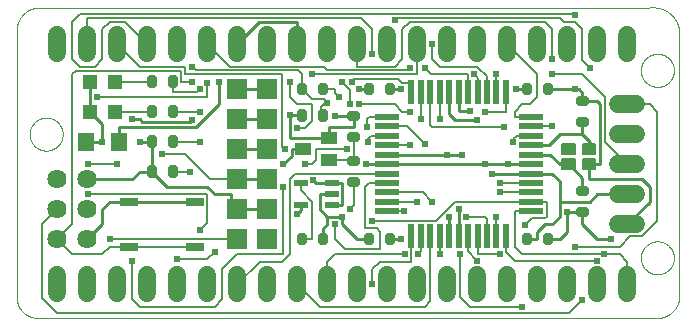
<source format=gtl>
G75*
%MOIN*%
%OFA0B0*%
%FSLAX25Y25*%
%IPPOS*%
%LPD*%
%AMOC8*
5,1,8,0,0,1.08239X$1,22.5*
%
%ADD10C,0.00039*%
%ADD11C,0.00000*%
%ADD12R,0.08268X0.01969*%
%ADD13R,0.01969X0.08268*%
%ADD14C,0.02830*%
%ADD15C,0.06000*%
%ADD16C,0.06400*%
%ADD17R,0.07000X0.07000*%
%ADD18R,0.04724X0.04724*%
%ADD19R,0.06000X0.03000*%
%ADD20R,0.04724X0.02165*%
%ADD21R,0.05512X0.06299*%
%ADD22C,0.00591*%
%ADD23R,0.05512X0.03937*%
%ADD24C,0.01000*%
%ADD25C,0.02400*%
%ADD26C,0.00600*%
D10*
X0008864Y0047693D02*
X0213274Y0047693D01*
X0213458Y0047665D01*
X0213643Y0047641D01*
X0213828Y0047622D01*
X0214014Y0047608D01*
X0214200Y0047598D01*
X0214386Y0047592D01*
X0214573Y0047591D01*
X0214759Y0047595D01*
X0214945Y0047603D01*
X0215131Y0047615D01*
X0215317Y0047632D01*
X0215502Y0047653D01*
X0215686Y0047679D01*
X0215870Y0047709D01*
X0216053Y0047744D01*
X0216235Y0047783D01*
X0216416Y0047827D01*
X0216596Y0047875D01*
X0216775Y0047927D01*
X0216953Y0047984D01*
X0217129Y0048044D01*
X0217304Y0048109D01*
X0217476Y0048179D01*
X0217648Y0048252D01*
X0217817Y0048330D01*
X0217985Y0048411D01*
X0218150Y0048497D01*
X0218313Y0048587D01*
X0218475Y0048680D01*
X0218633Y0048777D01*
X0218790Y0048879D01*
X0218944Y0048984D01*
X0219095Y0049092D01*
X0219244Y0049205D01*
X0219390Y0049320D01*
X0219533Y0049440D01*
X0219673Y0049562D01*
X0219810Y0049689D01*
X0219944Y0049818D01*
X0220075Y0049950D01*
X0220203Y0050086D01*
X0220327Y0050225D01*
X0220448Y0050367D01*
X0220566Y0050511D01*
X0220680Y0050659D01*
X0220790Y0050809D01*
X0220897Y0050961D01*
X0221000Y0051117D01*
X0221099Y0051274D01*
X0221194Y0051434D01*
X0221286Y0051597D01*
X0221373Y0051761D01*
X0221457Y0051928D01*
X0221536Y0052096D01*
X0221612Y0052267D01*
X0221683Y0052439D01*
X0221750Y0052613D01*
X0221813Y0052788D01*
X0221872Y0052965D01*
X0221926Y0053143D01*
X0221976Y0053323D01*
X0222021Y0053503D01*
X0222063Y0053685D01*
X0222100Y0053868D01*
X0222132Y0054051D01*
X0222132Y0143510D01*
X0222099Y0143724D01*
X0222062Y0143937D01*
X0222018Y0144148D01*
X0221970Y0144359D01*
X0221917Y0144569D01*
X0221859Y0144777D01*
X0221795Y0144984D01*
X0221727Y0145189D01*
X0221654Y0145392D01*
X0221576Y0145594D01*
X0221493Y0145793D01*
X0221405Y0145991D01*
X0221312Y0146186D01*
X0221215Y0146379D01*
X0221113Y0146570D01*
X0221007Y0146758D01*
X0220896Y0146944D01*
X0220781Y0147126D01*
X0220661Y0147306D01*
X0220537Y0147483D01*
X0220408Y0147657D01*
X0220276Y0147828D01*
X0220139Y0147996D01*
X0219999Y0148160D01*
X0219854Y0148321D01*
X0219706Y0148478D01*
X0219554Y0148632D01*
X0219398Y0148781D01*
X0219238Y0148928D01*
X0219076Y0149070D01*
X0218909Y0149208D01*
X0218740Y0149342D01*
X0218567Y0149472D01*
X0218391Y0149598D01*
X0218212Y0149719D01*
X0218031Y0149837D01*
X0217846Y0149949D01*
X0217659Y0150058D01*
X0217469Y0150161D01*
X0217277Y0150260D01*
X0217083Y0150355D01*
X0216886Y0150444D01*
X0216687Y0150529D01*
X0216487Y0150609D01*
X0216284Y0150684D01*
X0216079Y0150755D01*
X0215873Y0150820D01*
X0215666Y0150880D01*
X0215457Y0150936D01*
X0215246Y0150986D01*
X0215035Y0151031D01*
X0214823Y0151071D01*
X0214609Y0151106D01*
X0214395Y0151135D01*
X0214180Y0151160D01*
X0213965Y0151179D01*
X0213749Y0151193D01*
X0213533Y0151202D01*
X0213317Y0151206D01*
X0213101Y0151204D01*
X0212885Y0151198D01*
X0212669Y0151186D01*
X0212453Y0151168D01*
X0212238Y0151146D01*
X0212024Y0151118D01*
X0008864Y0151118D01*
X0008680Y0151116D01*
X0008496Y0151109D01*
X0008313Y0151098D01*
X0008130Y0151082D01*
X0007947Y0151063D01*
X0007765Y0151038D01*
X0007583Y0151009D01*
X0007402Y0150976D01*
X0007222Y0150939D01*
X0007043Y0150897D01*
X0006865Y0150851D01*
X0006689Y0150800D01*
X0006513Y0150746D01*
X0006339Y0150687D01*
X0006166Y0150624D01*
X0005995Y0150556D01*
X0005826Y0150485D01*
X0005658Y0150410D01*
X0005492Y0150330D01*
X0005328Y0150247D01*
X0005167Y0150159D01*
X0005007Y0150068D01*
X0004850Y0149973D01*
X0004695Y0149874D01*
X0004542Y0149771D01*
X0004392Y0149665D01*
X0004245Y0149555D01*
X0004100Y0149442D01*
X0003958Y0149325D01*
X0003819Y0149205D01*
X0003683Y0149081D01*
X0003550Y0148954D01*
X0003420Y0148824D01*
X0003293Y0148691D01*
X0003169Y0148555D01*
X0003049Y0148416D01*
X0002932Y0148274D01*
X0002819Y0148129D01*
X0002709Y0147982D01*
X0002603Y0147832D01*
X0002500Y0147679D01*
X0002401Y0147524D01*
X0002306Y0147367D01*
X0002215Y0147207D01*
X0002127Y0147046D01*
X0002044Y0146882D01*
X0001964Y0146716D01*
X0001889Y0146548D01*
X0001818Y0146379D01*
X0001750Y0146208D01*
X0001687Y0146035D01*
X0001628Y0145861D01*
X0001574Y0145685D01*
X0001523Y0145509D01*
X0001477Y0145331D01*
X0001435Y0145152D01*
X0001398Y0144972D01*
X0001365Y0144791D01*
X0001336Y0144609D01*
X0001311Y0144427D01*
X0001292Y0144244D01*
X0001276Y0144061D01*
X0001265Y0143878D01*
X0001258Y0143694D01*
X0001256Y0143510D01*
X0001256Y0054051D01*
X0001273Y0053880D01*
X0001295Y0053709D01*
X0001321Y0053539D01*
X0001351Y0053370D01*
X0001385Y0053201D01*
X0001423Y0053033D01*
X0001466Y0052866D01*
X0001512Y0052701D01*
X0001563Y0052536D01*
X0001617Y0052373D01*
X0001676Y0052211D01*
X0001738Y0052051D01*
X0001804Y0051892D01*
X0001875Y0051735D01*
X0001949Y0051580D01*
X0002027Y0051426D01*
X0002108Y0051275D01*
X0002194Y0051125D01*
X0002283Y0050978D01*
X0002375Y0050833D01*
X0002471Y0050690D01*
X0002571Y0050550D01*
X0002674Y0050412D01*
X0002780Y0050277D01*
X0002890Y0050144D01*
X0003002Y0050014D01*
X0003118Y0049887D01*
X0003237Y0049763D01*
X0003360Y0049642D01*
X0003485Y0049523D01*
X0003612Y0049408D01*
X0003743Y0049296D01*
X0003877Y0049188D01*
X0004013Y0049082D01*
X0004151Y0048980D01*
X0004292Y0048882D01*
X0004435Y0048786D01*
X0004581Y0048695D01*
X0004729Y0048607D01*
X0004879Y0048523D01*
X0005031Y0048442D01*
X0005185Y0048365D01*
X0005341Y0048292D01*
X0005498Y0048223D01*
X0005658Y0048158D01*
X0005818Y0048096D01*
X0005981Y0048039D01*
X0006144Y0047985D01*
X0006309Y0047936D01*
X0006475Y0047891D01*
X0006642Y0047849D01*
X0006810Y0047812D01*
X0006979Y0047779D01*
X0007149Y0047750D01*
X0007319Y0047726D01*
X0007490Y0047705D01*
X0007661Y0047689D01*
X0007833Y0047677D01*
X0008004Y0047669D01*
X0008177Y0047665D01*
X0008349Y0047666D01*
X0008521Y0047671D01*
X0008692Y0047680D01*
X0008864Y0047693D01*
D11*
X0005588Y0108933D02*
X0005590Y0109081D01*
X0005596Y0109229D01*
X0005606Y0109377D01*
X0005620Y0109524D01*
X0005638Y0109671D01*
X0005659Y0109817D01*
X0005685Y0109963D01*
X0005715Y0110108D01*
X0005748Y0110252D01*
X0005786Y0110395D01*
X0005827Y0110537D01*
X0005872Y0110678D01*
X0005920Y0110818D01*
X0005973Y0110957D01*
X0006029Y0111094D01*
X0006089Y0111229D01*
X0006152Y0111363D01*
X0006219Y0111495D01*
X0006290Y0111625D01*
X0006364Y0111753D01*
X0006441Y0111879D01*
X0006522Y0112003D01*
X0006606Y0112125D01*
X0006693Y0112244D01*
X0006784Y0112361D01*
X0006878Y0112476D01*
X0006974Y0112588D01*
X0007074Y0112698D01*
X0007176Y0112804D01*
X0007282Y0112908D01*
X0007390Y0113009D01*
X0007501Y0113107D01*
X0007614Y0113203D01*
X0007730Y0113295D01*
X0007848Y0113384D01*
X0007969Y0113469D01*
X0008092Y0113552D01*
X0008217Y0113631D01*
X0008344Y0113707D01*
X0008473Y0113779D01*
X0008604Y0113848D01*
X0008737Y0113913D01*
X0008872Y0113974D01*
X0009008Y0114032D01*
X0009145Y0114087D01*
X0009284Y0114137D01*
X0009425Y0114184D01*
X0009566Y0114227D01*
X0009709Y0114267D01*
X0009853Y0114302D01*
X0009997Y0114334D01*
X0010143Y0114361D01*
X0010289Y0114385D01*
X0010436Y0114405D01*
X0010583Y0114421D01*
X0010730Y0114433D01*
X0010878Y0114441D01*
X0011026Y0114445D01*
X0011174Y0114445D01*
X0011322Y0114441D01*
X0011470Y0114433D01*
X0011617Y0114421D01*
X0011764Y0114405D01*
X0011911Y0114385D01*
X0012057Y0114361D01*
X0012203Y0114334D01*
X0012347Y0114302D01*
X0012491Y0114267D01*
X0012634Y0114227D01*
X0012775Y0114184D01*
X0012916Y0114137D01*
X0013055Y0114087D01*
X0013192Y0114032D01*
X0013328Y0113974D01*
X0013463Y0113913D01*
X0013596Y0113848D01*
X0013727Y0113779D01*
X0013856Y0113707D01*
X0013983Y0113631D01*
X0014108Y0113552D01*
X0014231Y0113469D01*
X0014352Y0113384D01*
X0014470Y0113295D01*
X0014586Y0113203D01*
X0014699Y0113107D01*
X0014810Y0113009D01*
X0014918Y0112908D01*
X0015024Y0112804D01*
X0015126Y0112698D01*
X0015226Y0112588D01*
X0015322Y0112476D01*
X0015416Y0112361D01*
X0015507Y0112244D01*
X0015594Y0112125D01*
X0015678Y0112003D01*
X0015759Y0111879D01*
X0015836Y0111753D01*
X0015910Y0111625D01*
X0015981Y0111495D01*
X0016048Y0111363D01*
X0016111Y0111229D01*
X0016171Y0111094D01*
X0016227Y0110957D01*
X0016280Y0110818D01*
X0016328Y0110678D01*
X0016373Y0110537D01*
X0016414Y0110395D01*
X0016452Y0110252D01*
X0016485Y0110108D01*
X0016515Y0109963D01*
X0016541Y0109817D01*
X0016562Y0109671D01*
X0016580Y0109524D01*
X0016594Y0109377D01*
X0016604Y0109229D01*
X0016610Y0109081D01*
X0016612Y0108933D01*
X0016610Y0108785D01*
X0016604Y0108637D01*
X0016594Y0108489D01*
X0016580Y0108342D01*
X0016562Y0108195D01*
X0016541Y0108049D01*
X0016515Y0107903D01*
X0016485Y0107758D01*
X0016452Y0107614D01*
X0016414Y0107471D01*
X0016373Y0107329D01*
X0016328Y0107188D01*
X0016280Y0107048D01*
X0016227Y0106909D01*
X0016171Y0106772D01*
X0016111Y0106637D01*
X0016048Y0106503D01*
X0015981Y0106371D01*
X0015910Y0106241D01*
X0015836Y0106113D01*
X0015759Y0105987D01*
X0015678Y0105863D01*
X0015594Y0105741D01*
X0015507Y0105622D01*
X0015416Y0105505D01*
X0015322Y0105390D01*
X0015226Y0105278D01*
X0015126Y0105168D01*
X0015024Y0105062D01*
X0014918Y0104958D01*
X0014810Y0104857D01*
X0014699Y0104759D01*
X0014586Y0104663D01*
X0014470Y0104571D01*
X0014352Y0104482D01*
X0014231Y0104397D01*
X0014108Y0104314D01*
X0013983Y0104235D01*
X0013856Y0104159D01*
X0013727Y0104087D01*
X0013596Y0104018D01*
X0013463Y0103953D01*
X0013328Y0103892D01*
X0013192Y0103834D01*
X0013055Y0103779D01*
X0012916Y0103729D01*
X0012775Y0103682D01*
X0012634Y0103639D01*
X0012491Y0103599D01*
X0012347Y0103564D01*
X0012203Y0103532D01*
X0012057Y0103505D01*
X0011911Y0103481D01*
X0011764Y0103461D01*
X0011617Y0103445D01*
X0011470Y0103433D01*
X0011322Y0103425D01*
X0011174Y0103421D01*
X0011026Y0103421D01*
X0010878Y0103425D01*
X0010730Y0103433D01*
X0010583Y0103445D01*
X0010436Y0103461D01*
X0010289Y0103481D01*
X0010143Y0103505D01*
X0009997Y0103532D01*
X0009853Y0103564D01*
X0009709Y0103599D01*
X0009566Y0103639D01*
X0009425Y0103682D01*
X0009284Y0103729D01*
X0009145Y0103779D01*
X0009008Y0103834D01*
X0008872Y0103892D01*
X0008737Y0103953D01*
X0008604Y0104018D01*
X0008473Y0104087D01*
X0008344Y0104159D01*
X0008217Y0104235D01*
X0008092Y0104314D01*
X0007969Y0104397D01*
X0007848Y0104482D01*
X0007730Y0104571D01*
X0007614Y0104663D01*
X0007501Y0104759D01*
X0007390Y0104857D01*
X0007282Y0104958D01*
X0007176Y0105062D01*
X0007074Y0105168D01*
X0006974Y0105278D01*
X0006878Y0105390D01*
X0006784Y0105505D01*
X0006693Y0105622D01*
X0006606Y0105741D01*
X0006522Y0105863D01*
X0006441Y0105987D01*
X0006364Y0106113D01*
X0006290Y0106241D01*
X0006219Y0106371D01*
X0006152Y0106503D01*
X0006089Y0106637D01*
X0006029Y0106772D01*
X0005973Y0106909D01*
X0005920Y0107048D01*
X0005872Y0107188D01*
X0005827Y0107329D01*
X0005786Y0107471D01*
X0005748Y0107614D01*
X0005715Y0107758D01*
X0005685Y0107903D01*
X0005659Y0108049D01*
X0005638Y0108195D01*
X0005620Y0108342D01*
X0005606Y0108489D01*
X0005596Y0108637D01*
X0005590Y0108785D01*
X0005588Y0108933D01*
X0209338Y0130183D02*
X0209340Y0130331D01*
X0209346Y0130479D01*
X0209356Y0130627D01*
X0209370Y0130774D01*
X0209388Y0130921D01*
X0209409Y0131067D01*
X0209435Y0131213D01*
X0209465Y0131358D01*
X0209498Y0131502D01*
X0209536Y0131645D01*
X0209577Y0131787D01*
X0209622Y0131928D01*
X0209670Y0132068D01*
X0209723Y0132207D01*
X0209779Y0132344D01*
X0209839Y0132479D01*
X0209902Y0132613D01*
X0209969Y0132745D01*
X0210040Y0132875D01*
X0210114Y0133003D01*
X0210191Y0133129D01*
X0210272Y0133253D01*
X0210356Y0133375D01*
X0210443Y0133494D01*
X0210534Y0133611D01*
X0210628Y0133726D01*
X0210724Y0133838D01*
X0210824Y0133948D01*
X0210926Y0134054D01*
X0211032Y0134158D01*
X0211140Y0134259D01*
X0211251Y0134357D01*
X0211364Y0134453D01*
X0211480Y0134545D01*
X0211598Y0134634D01*
X0211719Y0134719D01*
X0211842Y0134802D01*
X0211967Y0134881D01*
X0212094Y0134957D01*
X0212223Y0135029D01*
X0212354Y0135098D01*
X0212487Y0135163D01*
X0212622Y0135224D01*
X0212758Y0135282D01*
X0212895Y0135337D01*
X0213034Y0135387D01*
X0213175Y0135434D01*
X0213316Y0135477D01*
X0213459Y0135517D01*
X0213603Y0135552D01*
X0213747Y0135584D01*
X0213893Y0135611D01*
X0214039Y0135635D01*
X0214186Y0135655D01*
X0214333Y0135671D01*
X0214480Y0135683D01*
X0214628Y0135691D01*
X0214776Y0135695D01*
X0214924Y0135695D01*
X0215072Y0135691D01*
X0215220Y0135683D01*
X0215367Y0135671D01*
X0215514Y0135655D01*
X0215661Y0135635D01*
X0215807Y0135611D01*
X0215953Y0135584D01*
X0216097Y0135552D01*
X0216241Y0135517D01*
X0216384Y0135477D01*
X0216525Y0135434D01*
X0216666Y0135387D01*
X0216805Y0135337D01*
X0216942Y0135282D01*
X0217078Y0135224D01*
X0217213Y0135163D01*
X0217346Y0135098D01*
X0217477Y0135029D01*
X0217606Y0134957D01*
X0217733Y0134881D01*
X0217858Y0134802D01*
X0217981Y0134719D01*
X0218102Y0134634D01*
X0218220Y0134545D01*
X0218336Y0134453D01*
X0218449Y0134357D01*
X0218560Y0134259D01*
X0218668Y0134158D01*
X0218774Y0134054D01*
X0218876Y0133948D01*
X0218976Y0133838D01*
X0219072Y0133726D01*
X0219166Y0133611D01*
X0219257Y0133494D01*
X0219344Y0133375D01*
X0219428Y0133253D01*
X0219509Y0133129D01*
X0219586Y0133003D01*
X0219660Y0132875D01*
X0219731Y0132745D01*
X0219798Y0132613D01*
X0219861Y0132479D01*
X0219921Y0132344D01*
X0219977Y0132207D01*
X0220030Y0132068D01*
X0220078Y0131928D01*
X0220123Y0131787D01*
X0220164Y0131645D01*
X0220202Y0131502D01*
X0220235Y0131358D01*
X0220265Y0131213D01*
X0220291Y0131067D01*
X0220312Y0130921D01*
X0220330Y0130774D01*
X0220344Y0130627D01*
X0220354Y0130479D01*
X0220360Y0130331D01*
X0220362Y0130183D01*
X0220360Y0130035D01*
X0220354Y0129887D01*
X0220344Y0129739D01*
X0220330Y0129592D01*
X0220312Y0129445D01*
X0220291Y0129299D01*
X0220265Y0129153D01*
X0220235Y0129008D01*
X0220202Y0128864D01*
X0220164Y0128721D01*
X0220123Y0128579D01*
X0220078Y0128438D01*
X0220030Y0128298D01*
X0219977Y0128159D01*
X0219921Y0128022D01*
X0219861Y0127887D01*
X0219798Y0127753D01*
X0219731Y0127621D01*
X0219660Y0127491D01*
X0219586Y0127363D01*
X0219509Y0127237D01*
X0219428Y0127113D01*
X0219344Y0126991D01*
X0219257Y0126872D01*
X0219166Y0126755D01*
X0219072Y0126640D01*
X0218976Y0126528D01*
X0218876Y0126418D01*
X0218774Y0126312D01*
X0218668Y0126208D01*
X0218560Y0126107D01*
X0218449Y0126009D01*
X0218336Y0125913D01*
X0218220Y0125821D01*
X0218102Y0125732D01*
X0217981Y0125647D01*
X0217858Y0125564D01*
X0217733Y0125485D01*
X0217606Y0125409D01*
X0217477Y0125337D01*
X0217346Y0125268D01*
X0217213Y0125203D01*
X0217078Y0125142D01*
X0216942Y0125084D01*
X0216805Y0125029D01*
X0216666Y0124979D01*
X0216525Y0124932D01*
X0216384Y0124889D01*
X0216241Y0124849D01*
X0216097Y0124814D01*
X0215953Y0124782D01*
X0215807Y0124755D01*
X0215661Y0124731D01*
X0215514Y0124711D01*
X0215367Y0124695D01*
X0215220Y0124683D01*
X0215072Y0124675D01*
X0214924Y0124671D01*
X0214776Y0124671D01*
X0214628Y0124675D01*
X0214480Y0124683D01*
X0214333Y0124695D01*
X0214186Y0124711D01*
X0214039Y0124731D01*
X0213893Y0124755D01*
X0213747Y0124782D01*
X0213603Y0124814D01*
X0213459Y0124849D01*
X0213316Y0124889D01*
X0213175Y0124932D01*
X0213034Y0124979D01*
X0212895Y0125029D01*
X0212758Y0125084D01*
X0212622Y0125142D01*
X0212487Y0125203D01*
X0212354Y0125268D01*
X0212223Y0125337D01*
X0212094Y0125409D01*
X0211967Y0125485D01*
X0211842Y0125564D01*
X0211719Y0125647D01*
X0211598Y0125732D01*
X0211480Y0125821D01*
X0211364Y0125913D01*
X0211251Y0126009D01*
X0211140Y0126107D01*
X0211032Y0126208D01*
X0210926Y0126312D01*
X0210824Y0126418D01*
X0210724Y0126528D01*
X0210628Y0126640D01*
X0210534Y0126755D01*
X0210443Y0126872D01*
X0210356Y0126991D01*
X0210272Y0127113D01*
X0210191Y0127237D01*
X0210114Y0127363D01*
X0210040Y0127491D01*
X0209969Y0127621D01*
X0209902Y0127753D01*
X0209839Y0127887D01*
X0209779Y0128022D01*
X0209723Y0128159D01*
X0209670Y0128298D01*
X0209622Y0128438D01*
X0209577Y0128579D01*
X0209536Y0128721D01*
X0209498Y0128864D01*
X0209465Y0129008D01*
X0209435Y0129153D01*
X0209409Y0129299D01*
X0209388Y0129445D01*
X0209370Y0129592D01*
X0209356Y0129739D01*
X0209346Y0129887D01*
X0209340Y0130035D01*
X0209338Y0130183D01*
X0209338Y0067683D02*
X0209340Y0067831D01*
X0209346Y0067979D01*
X0209356Y0068127D01*
X0209370Y0068274D01*
X0209388Y0068421D01*
X0209409Y0068567D01*
X0209435Y0068713D01*
X0209465Y0068858D01*
X0209498Y0069002D01*
X0209536Y0069145D01*
X0209577Y0069287D01*
X0209622Y0069428D01*
X0209670Y0069568D01*
X0209723Y0069707D01*
X0209779Y0069844D01*
X0209839Y0069979D01*
X0209902Y0070113D01*
X0209969Y0070245D01*
X0210040Y0070375D01*
X0210114Y0070503D01*
X0210191Y0070629D01*
X0210272Y0070753D01*
X0210356Y0070875D01*
X0210443Y0070994D01*
X0210534Y0071111D01*
X0210628Y0071226D01*
X0210724Y0071338D01*
X0210824Y0071448D01*
X0210926Y0071554D01*
X0211032Y0071658D01*
X0211140Y0071759D01*
X0211251Y0071857D01*
X0211364Y0071953D01*
X0211480Y0072045D01*
X0211598Y0072134D01*
X0211719Y0072219D01*
X0211842Y0072302D01*
X0211967Y0072381D01*
X0212094Y0072457D01*
X0212223Y0072529D01*
X0212354Y0072598D01*
X0212487Y0072663D01*
X0212622Y0072724D01*
X0212758Y0072782D01*
X0212895Y0072837D01*
X0213034Y0072887D01*
X0213175Y0072934D01*
X0213316Y0072977D01*
X0213459Y0073017D01*
X0213603Y0073052D01*
X0213747Y0073084D01*
X0213893Y0073111D01*
X0214039Y0073135D01*
X0214186Y0073155D01*
X0214333Y0073171D01*
X0214480Y0073183D01*
X0214628Y0073191D01*
X0214776Y0073195D01*
X0214924Y0073195D01*
X0215072Y0073191D01*
X0215220Y0073183D01*
X0215367Y0073171D01*
X0215514Y0073155D01*
X0215661Y0073135D01*
X0215807Y0073111D01*
X0215953Y0073084D01*
X0216097Y0073052D01*
X0216241Y0073017D01*
X0216384Y0072977D01*
X0216525Y0072934D01*
X0216666Y0072887D01*
X0216805Y0072837D01*
X0216942Y0072782D01*
X0217078Y0072724D01*
X0217213Y0072663D01*
X0217346Y0072598D01*
X0217477Y0072529D01*
X0217606Y0072457D01*
X0217733Y0072381D01*
X0217858Y0072302D01*
X0217981Y0072219D01*
X0218102Y0072134D01*
X0218220Y0072045D01*
X0218336Y0071953D01*
X0218449Y0071857D01*
X0218560Y0071759D01*
X0218668Y0071658D01*
X0218774Y0071554D01*
X0218876Y0071448D01*
X0218976Y0071338D01*
X0219072Y0071226D01*
X0219166Y0071111D01*
X0219257Y0070994D01*
X0219344Y0070875D01*
X0219428Y0070753D01*
X0219509Y0070629D01*
X0219586Y0070503D01*
X0219660Y0070375D01*
X0219731Y0070245D01*
X0219798Y0070113D01*
X0219861Y0069979D01*
X0219921Y0069844D01*
X0219977Y0069707D01*
X0220030Y0069568D01*
X0220078Y0069428D01*
X0220123Y0069287D01*
X0220164Y0069145D01*
X0220202Y0069002D01*
X0220235Y0068858D01*
X0220265Y0068713D01*
X0220291Y0068567D01*
X0220312Y0068421D01*
X0220330Y0068274D01*
X0220344Y0068127D01*
X0220354Y0067979D01*
X0220360Y0067831D01*
X0220362Y0067683D01*
X0220360Y0067535D01*
X0220354Y0067387D01*
X0220344Y0067239D01*
X0220330Y0067092D01*
X0220312Y0066945D01*
X0220291Y0066799D01*
X0220265Y0066653D01*
X0220235Y0066508D01*
X0220202Y0066364D01*
X0220164Y0066221D01*
X0220123Y0066079D01*
X0220078Y0065938D01*
X0220030Y0065798D01*
X0219977Y0065659D01*
X0219921Y0065522D01*
X0219861Y0065387D01*
X0219798Y0065253D01*
X0219731Y0065121D01*
X0219660Y0064991D01*
X0219586Y0064863D01*
X0219509Y0064737D01*
X0219428Y0064613D01*
X0219344Y0064491D01*
X0219257Y0064372D01*
X0219166Y0064255D01*
X0219072Y0064140D01*
X0218976Y0064028D01*
X0218876Y0063918D01*
X0218774Y0063812D01*
X0218668Y0063708D01*
X0218560Y0063607D01*
X0218449Y0063509D01*
X0218336Y0063413D01*
X0218220Y0063321D01*
X0218102Y0063232D01*
X0217981Y0063147D01*
X0217858Y0063064D01*
X0217733Y0062985D01*
X0217606Y0062909D01*
X0217477Y0062837D01*
X0217346Y0062768D01*
X0217213Y0062703D01*
X0217078Y0062642D01*
X0216942Y0062584D01*
X0216805Y0062529D01*
X0216666Y0062479D01*
X0216525Y0062432D01*
X0216384Y0062389D01*
X0216241Y0062349D01*
X0216097Y0062314D01*
X0215953Y0062282D01*
X0215807Y0062255D01*
X0215661Y0062231D01*
X0215514Y0062211D01*
X0215367Y0062195D01*
X0215220Y0062183D01*
X0215072Y0062175D01*
X0214924Y0062171D01*
X0214776Y0062171D01*
X0214628Y0062175D01*
X0214480Y0062183D01*
X0214333Y0062195D01*
X0214186Y0062211D01*
X0214039Y0062231D01*
X0213893Y0062255D01*
X0213747Y0062282D01*
X0213603Y0062314D01*
X0213459Y0062349D01*
X0213316Y0062389D01*
X0213175Y0062432D01*
X0213034Y0062479D01*
X0212895Y0062529D01*
X0212758Y0062584D01*
X0212622Y0062642D01*
X0212487Y0062703D01*
X0212354Y0062768D01*
X0212223Y0062837D01*
X0212094Y0062909D01*
X0211967Y0062985D01*
X0211842Y0063064D01*
X0211719Y0063147D01*
X0211598Y0063232D01*
X0211480Y0063321D01*
X0211364Y0063413D01*
X0211251Y0063509D01*
X0211140Y0063607D01*
X0211032Y0063708D01*
X0210926Y0063812D01*
X0210824Y0063918D01*
X0210724Y0064028D01*
X0210628Y0064140D01*
X0210534Y0064255D01*
X0210443Y0064372D01*
X0210356Y0064491D01*
X0210272Y0064613D01*
X0210191Y0064737D01*
X0210114Y0064863D01*
X0210040Y0064991D01*
X0209969Y0065121D01*
X0209902Y0065253D01*
X0209839Y0065387D01*
X0209779Y0065522D01*
X0209723Y0065659D01*
X0209670Y0065798D01*
X0209622Y0065938D01*
X0209577Y0066079D01*
X0209536Y0066221D01*
X0209498Y0066364D01*
X0209465Y0066508D01*
X0209435Y0066653D01*
X0209409Y0066799D01*
X0209388Y0066945D01*
X0209370Y0067092D01*
X0209356Y0067239D01*
X0209346Y0067387D01*
X0209340Y0067535D01*
X0209338Y0067683D01*
D12*
X0172616Y0083185D03*
X0172616Y0086335D03*
X0172616Y0089484D03*
X0172616Y0092634D03*
X0172616Y0095783D03*
X0172616Y0098933D03*
X0172616Y0102083D03*
X0172616Y0105232D03*
X0172616Y0108382D03*
X0172616Y0111531D03*
X0172616Y0114681D03*
X0124585Y0114681D03*
X0124585Y0111531D03*
X0124585Y0108382D03*
X0124585Y0105232D03*
X0124585Y0102083D03*
X0124585Y0098933D03*
X0124585Y0095783D03*
X0124585Y0092634D03*
X0124585Y0089484D03*
X0124585Y0086335D03*
X0124585Y0083185D03*
D13*
X0132852Y0074917D03*
X0136002Y0074917D03*
X0139152Y0074917D03*
X0142301Y0074917D03*
X0145451Y0074917D03*
X0148600Y0074917D03*
X0151750Y0074917D03*
X0154900Y0074917D03*
X0158049Y0074917D03*
X0161199Y0074917D03*
X0164348Y0074917D03*
X0164348Y0122949D03*
X0161199Y0122949D03*
X0158049Y0122949D03*
X0154900Y0122949D03*
X0151750Y0122949D03*
X0148600Y0122949D03*
X0145451Y0122949D03*
X0142301Y0122949D03*
X0139152Y0122949D03*
X0136002Y0122949D03*
X0132852Y0122949D03*
D14*
X0125497Y0123183D02*
X0125497Y0124683D01*
X0126203Y0124683D01*
X0126203Y0123183D01*
X0125497Y0123183D01*
X0118497Y0123183D02*
X0118497Y0124683D01*
X0119203Y0124683D01*
X0119203Y0123183D01*
X0118497Y0123183D01*
X0103703Y0123183D02*
X0103703Y0124683D01*
X0103703Y0123183D02*
X0102997Y0123183D01*
X0102997Y0124683D01*
X0103703Y0124683D01*
X0096703Y0124683D02*
X0096703Y0123183D01*
X0095997Y0123183D01*
X0095997Y0124683D01*
X0096703Y0124683D01*
X0096703Y0114433D02*
X0095997Y0114433D01*
X0095997Y0115933D01*
X0096703Y0115933D01*
X0096703Y0114433D01*
X0102997Y0114433D02*
X0103703Y0114433D01*
X0102997Y0114433D02*
X0102997Y0115933D01*
X0103703Y0115933D01*
X0103703Y0114433D01*
X0114350Y0114580D02*
X0114350Y0115286D01*
X0114350Y0114580D02*
X0112850Y0114580D01*
X0112850Y0115286D01*
X0114350Y0115286D01*
X0114350Y0108286D02*
X0114350Y0107580D01*
X0112850Y0107580D01*
X0112850Y0108286D01*
X0114350Y0108286D01*
X0114350Y0100286D02*
X0114350Y0099580D01*
X0112850Y0099580D01*
X0112850Y0100286D01*
X0114350Y0100286D01*
X0114350Y0093286D02*
X0114350Y0092580D01*
X0112850Y0092580D01*
X0112850Y0093286D01*
X0114350Y0093286D01*
X0118497Y0074683D02*
X0118497Y0073183D01*
X0118497Y0074683D02*
X0119203Y0074683D01*
X0119203Y0073183D01*
X0118497Y0073183D01*
X0125497Y0073183D02*
X0125497Y0074683D01*
X0126203Y0074683D01*
X0126203Y0073183D01*
X0125497Y0073183D01*
X0103703Y0073183D02*
X0103703Y0074683D01*
X0103703Y0073183D02*
X0102997Y0073183D01*
X0102997Y0074683D01*
X0103703Y0074683D01*
X0096703Y0074683D02*
X0096703Y0073183D01*
X0095997Y0073183D01*
X0095997Y0074683D01*
X0096703Y0074683D01*
X0053703Y0095683D02*
X0052997Y0095683D01*
X0052997Y0097183D01*
X0053703Y0097183D01*
X0053703Y0095683D01*
X0046703Y0095683D02*
X0045997Y0095683D01*
X0045997Y0097183D01*
X0046703Y0097183D01*
X0046703Y0095683D01*
X0046703Y0105683D02*
X0045997Y0105683D01*
X0045997Y0107183D01*
X0046703Y0107183D01*
X0046703Y0105683D01*
X0052997Y0105683D02*
X0053703Y0105683D01*
X0052997Y0105683D02*
X0052997Y0107183D01*
X0053703Y0107183D01*
X0053703Y0105683D01*
X0053703Y0115683D02*
X0052997Y0115683D01*
X0052997Y0117183D01*
X0053703Y0117183D01*
X0053703Y0115683D01*
X0046703Y0115683D02*
X0045997Y0115683D01*
X0045997Y0117183D01*
X0046703Y0117183D01*
X0046703Y0115683D01*
X0046703Y0125683D02*
X0045997Y0125683D01*
X0045997Y0127183D01*
X0046703Y0127183D01*
X0046703Y0125683D01*
X0052997Y0125683D02*
X0053703Y0125683D01*
X0052997Y0125683D02*
X0052997Y0127183D01*
X0053703Y0127183D01*
X0053703Y0125683D01*
X0171703Y0124683D02*
X0171703Y0123183D01*
X0170997Y0123183D01*
X0170997Y0124683D01*
X0171703Y0124683D01*
X0178703Y0124683D02*
X0178703Y0123183D01*
X0177997Y0123183D01*
X0177997Y0124683D01*
X0178703Y0124683D01*
X0189100Y0120286D02*
X0190600Y0120286D01*
X0190600Y0119580D01*
X0189100Y0119580D01*
X0189100Y0120286D01*
X0189100Y0113286D02*
X0190600Y0113286D01*
X0190600Y0112580D01*
X0189100Y0112580D01*
X0189100Y0113286D01*
X0189100Y0089580D02*
X0190600Y0089580D01*
X0189100Y0089580D02*
X0189100Y0090286D01*
X0190600Y0090286D01*
X0190600Y0089580D01*
X0190600Y0082580D02*
X0189100Y0082580D01*
X0189100Y0083286D01*
X0190600Y0083286D01*
X0190600Y0082580D01*
X0178703Y0074683D02*
X0178703Y0073183D01*
X0177997Y0073183D01*
X0177997Y0074683D01*
X0178703Y0074683D01*
X0171703Y0074683D02*
X0171703Y0073183D01*
X0170997Y0073183D01*
X0170997Y0074683D01*
X0171703Y0074683D01*
D15*
X0174850Y0061933D02*
X0174850Y0055933D01*
X0164850Y0055933D02*
X0164850Y0061933D01*
X0154850Y0061933D02*
X0154850Y0055933D01*
X0144850Y0055933D02*
X0144850Y0061933D01*
X0134850Y0061933D02*
X0134850Y0055933D01*
X0124850Y0055933D02*
X0124850Y0061933D01*
X0114850Y0061933D02*
X0114850Y0055933D01*
X0104850Y0055933D02*
X0104850Y0061933D01*
X0094850Y0061933D02*
X0094850Y0055933D01*
X0084850Y0055933D02*
X0084850Y0061933D01*
X0074850Y0061933D02*
X0074850Y0055933D01*
X0064850Y0055933D02*
X0064850Y0061933D01*
X0054850Y0061933D02*
X0054850Y0055933D01*
X0044850Y0055933D02*
X0044850Y0061933D01*
X0034850Y0061933D02*
X0034850Y0055933D01*
X0024850Y0055933D02*
X0024850Y0061933D01*
X0014850Y0061933D02*
X0014850Y0055933D01*
X0014850Y0135933D02*
X0014850Y0141933D01*
X0024850Y0141933D02*
X0024850Y0135933D01*
X0034850Y0135933D02*
X0034850Y0141933D01*
X0044850Y0141933D02*
X0044850Y0135933D01*
X0054850Y0135933D02*
X0054850Y0141933D01*
X0064850Y0141933D02*
X0064850Y0135933D01*
X0074850Y0135933D02*
X0074850Y0141933D01*
X0084850Y0141933D02*
X0084850Y0135933D01*
X0094850Y0135933D02*
X0094850Y0141933D01*
X0104850Y0141933D02*
X0104850Y0135933D01*
X0114850Y0135933D02*
X0114850Y0141933D01*
X0124850Y0141933D02*
X0124850Y0135933D01*
X0134850Y0135933D02*
X0134850Y0141933D01*
X0144850Y0141933D02*
X0144850Y0135933D01*
X0154850Y0135933D02*
X0154850Y0141933D01*
X0164850Y0141933D02*
X0164850Y0135933D01*
X0174850Y0135933D02*
X0174850Y0141933D01*
X0184850Y0141933D02*
X0184850Y0135933D01*
X0194850Y0135933D02*
X0194850Y0141933D01*
X0204850Y0141933D02*
X0204850Y0135933D01*
X0207850Y0118933D02*
X0201850Y0118933D01*
X0201850Y0108933D02*
X0207850Y0108933D01*
X0207850Y0098933D02*
X0201850Y0098933D01*
X0201850Y0088933D02*
X0207850Y0088933D01*
X0207850Y0078933D02*
X0201850Y0078933D01*
X0204850Y0061933D02*
X0204850Y0055933D01*
X0194850Y0055933D02*
X0194850Y0061933D01*
X0184850Y0061933D02*
X0184850Y0055933D01*
D16*
X0024850Y0073933D03*
X0014850Y0073933D03*
X0014850Y0083933D03*
X0024850Y0083933D03*
X0024850Y0093933D03*
X0014850Y0093933D03*
D17*
X0074850Y0093933D03*
X0084850Y0093933D03*
X0084850Y0103933D03*
X0074850Y0103933D03*
X0074850Y0113933D03*
X0084850Y0113933D03*
X0084850Y0123933D03*
X0074850Y0123933D03*
X0074850Y0083933D03*
X0084850Y0083933D03*
X0084850Y0073933D03*
X0074850Y0073933D03*
D18*
X0033984Y0116433D03*
X0025717Y0116433D03*
X0025717Y0126433D03*
X0033984Y0126433D03*
D19*
X0038850Y0086433D03*
X0060850Y0086433D03*
X0060850Y0071433D03*
X0038850Y0071433D03*
D20*
X0095982Y0085193D03*
X0106219Y0085193D03*
X0106219Y0088933D03*
X0106219Y0092673D03*
X0095982Y0092673D03*
D21*
X0035362Y0106433D03*
X0024339Y0106433D03*
D22*
X0183187Y0102319D02*
X0187321Y0102319D01*
X0183187Y0102319D02*
X0183187Y0105665D01*
X0187321Y0105665D01*
X0187321Y0102319D01*
X0187321Y0102909D02*
X0183187Y0102909D01*
X0183187Y0103499D02*
X0187321Y0103499D01*
X0187321Y0104089D02*
X0183187Y0104089D01*
X0183187Y0104679D02*
X0187321Y0104679D01*
X0187321Y0105269D02*
X0183187Y0105269D01*
X0189880Y0102319D02*
X0194014Y0102319D01*
X0189880Y0102319D02*
X0189880Y0105665D01*
X0194014Y0105665D01*
X0194014Y0102319D01*
X0194014Y0102909D02*
X0189880Y0102909D01*
X0189880Y0103499D02*
X0194014Y0103499D01*
X0194014Y0104089D02*
X0189880Y0104089D01*
X0189880Y0104679D02*
X0194014Y0104679D01*
X0194014Y0105269D02*
X0189880Y0105269D01*
X0189880Y0097201D02*
X0194014Y0097201D01*
X0189880Y0097201D02*
X0189880Y0100547D01*
X0194014Y0100547D01*
X0194014Y0097201D01*
X0194014Y0097791D02*
X0189880Y0097791D01*
X0189880Y0098381D02*
X0194014Y0098381D01*
X0194014Y0098971D02*
X0189880Y0098971D01*
X0189880Y0099561D02*
X0194014Y0099561D01*
X0194014Y0100151D02*
X0189880Y0100151D01*
X0187321Y0097201D02*
X0183187Y0097201D01*
X0183187Y0100547D01*
X0187321Y0100547D01*
X0187321Y0097201D01*
X0187321Y0097791D02*
X0183187Y0097791D01*
X0183187Y0098381D02*
X0187321Y0098381D01*
X0187321Y0098971D02*
X0183187Y0098971D01*
X0183187Y0099561D02*
X0187321Y0099561D01*
X0187321Y0100151D02*
X0183187Y0100151D01*
D23*
X0105431Y0100193D03*
X0096770Y0103933D03*
X0105431Y0107673D03*
D24*
X0105431Y0111433D01*
X0113600Y0111433D01*
X0113600Y0114933D01*
X0107350Y0114933D01*
X0105431Y0107673D02*
X0092350Y0107673D01*
X0092350Y0115183D01*
X0096350Y0115183D01*
X0082350Y0113933D02*
X0077350Y0113933D01*
X0068700Y0118933D02*
X0061200Y0111433D01*
X0035362Y0111433D01*
X0035362Y0106433D01*
X0029850Y0106433D02*
X0024338Y0106433D01*
X0029850Y0106433D02*
X0029850Y0112299D01*
X0025716Y0116433D01*
X0025716Y0126433D01*
X0039850Y0113933D02*
X0042350Y0113933D01*
X0043183Y0113100D01*
X0059217Y0113100D01*
X0059850Y0113733D01*
X0068700Y0118933D02*
X0068700Y0126433D01*
X0077350Y0123933D02*
X0082350Y0123933D01*
X0074850Y0138933D02*
X0082075Y0146158D01*
X0094850Y0146158D01*
X0094850Y0138933D01*
X0115281Y0123933D02*
X0118850Y0123933D01*
X0125850Y0123933D02*
X0129419Y0123933D01*
X0145450Y0122949D02*
X0145450Y0115633D01*
X0147350Y0113733D01*
X0154850Y0113733D01*
X0152350Y0116724D02*
X0148600Y0116724D01*
X0148600Y0122949D01*
X0167781Y0123933D02*
X0171350Y0123933D01*
X0178350Y0123933D02*
X0187350Y0123933D01*
X0188650Y0123933D01*
X0189850Y0122733D01*
X0189850Y0119933D01*
X0194850Y0119933D01*
X0195679Y0119104D01*
X0195679Y0098874D01*
X0191946Y0098874D01*
X0191946Y0093933D01*
X0209850Y0093933D01*
X0212350Y0091433D01*
X0212350Y0086433D01*
X0204850Y0078933D01*
X0199519Y0073933D02*
X0194850Y0073933D01*
X0189850Y0078933D01*
X0189850Y0082933D01*
X0184850Y0082933D01*
X0184850Y0076433D01*
X0182350Y0073933D01*
X0178350Y0073933D01*
X0174850Y0073933D02*
X0174850Y0076433D01*
X0177350Y0078933D01*
X0179850Y0078933D01*
X0182350Y0081433D01*
X0182350Y0086433D01*
X0182350Y0093283D01*
X0179850Y0095783D01*
X0159850Y0095783D01*
X0157350Y0098933D02*
X0164950Y0098933D01*
X0172616Y0098933D01*
X0172616Y0102083D02*
X0179201Y0102083D01*
X0182350Y0098933D01*
X0185195Y0098933D01*
X0185254Y0098874D01*
X0189850Y0094278D01*
X0189850Y0089933D01*
X0192350Y0086433D02*
X0182350Y0086433D01*
X0192350Y0086433D02*
X0194850Y0088933D01*
X0204850Y0088933D01*
X0191947Y0103992D02*
X0192350Y0104396D01*
X0192350Y0106433D01*
X0189850Y0108933D01*
X0189850Y0112933D01*
X0189850Y0108933D02*
X0182350Y0108933D01*
X0178650Y0105232D01*
X0172616Y0105232D01*
X0157350Y0098933D02*
X0117565Y0098933D01*
X0124584Y0102083D02*
X0144850Y0102083D01*
X0149850Y0102083D01*
X0148600Y0083933D02*
X0148600Y0074917D01*
X0145450Y0074917D02*
X0145450Y0081433D01*
X0129419Y0073933D02*
X0125850Y0073933D01*
X0118850Y0073933D02*
X0114850Y0073933D01*
X0109850Y0078933D01*
X0109850Y0081433D01*
X0104850Y0081433D01*
X0102350Y0083933D01*
X0102350Y0088933D01*
X0106219Y0088933D01*
X0106219Y0085193D02*
X0109850Y0085193D01*
X0109850Y0092673D01*
X0101157Y0092673D01*
X0100186Y0093644D01*
X0092906Y0101650D02*
X0090189Y0098933D01*
X0092906Y0101650D02*
X0092907Y0101650D01*
X0092907Y0103933D01*
X0096769Y0103933D01*
X0082350Y0103933D02*
X0077350Y0103933D01*
X0077350Y0093933D02*
X0082350Y0093933D01*
X0072550Y0088933D02*
X0072550Y0083933D01*
X0074850Y0083933D01*
X0077350Y0083933D02*
X0082350Y0083933D01*
X0072550Y0088933D02*
X0067350Y0088933D01*
X0064850Y0091433D01*
X0051350Y0091433D01*
X0046350Y0096433D01*
X0046350Y0106433D01*
X0042350Y0106433D01*
X0042350Y0096433D02*
X0039850Y0093933D01*
X0024850Y0093933D01*
X0032350Y0086433D02*
X0038850Y0086433D01*
X0060850Y0086433D01*
X0046350Y0096433D02*
X0042350Y0096433D01*
X0032350Y0086433D02*
X0029850Y0083933D01*
X0029850Y0078933D01*
X0024850Y0073933D01*
X0094850Y0082310D02*
X0094850Y0082379D01*
X0095981Y0083510D01*
X0095981Y0085193D01*
X0104850Y0081433D02*
X0104850Y0078933D01*
X0103350Y0077433D01*
X0103350Y0073933D01*
X0171350Y0073933D02*
X0174850Y0073933D01*
D25*
X0170853Y0078751D03*
X0161198Y0081433D03*
X0150900Y0081433D03*
X0148600Y0083933D03*
X0145450Y0081433D03*
X0139850Y0086333D03*
X0134850Y0086335D03*
X0130518Y0083185D03*
X0119850Y0080068D03*
X0112350Y0083933D03*
X0109850Y0081433D03*
X0107350Y0078933D03*
X0094850Y0082310D03*
X0090200Y0091433D03*
X0100186Y0093644D03*
X0097350Y0098933D03*
X0090189Y0098933D03*
X0090600Y0103933D03*
X0094850Y0110871D03*
X0092350Y0115183D03*
X0104850Y0119333D03*
X0108683Y0121433D03*
X0112350Y0118933D03*
X0115447Y0118933D03*
X0115281Y0123933D03*
X0112916Y0126433D03*
X0109850Y0126233D03*
X0099850Y0128933D03*
X0092350Y0126433D03*
X0107350Y0114933D03*
X0118108Y0111433D03*
X0118236Y0106433D03*
X0111500Y0103933D03*
X0117565Y0098933D03*
X0132350Y0105232D03*
X0137350Y0105508D03*
X0144850Y0102083D03*
X0149850Y0102083D03*
X0157350Y0098933D03*
X0159850Y0095783D03*
X0162350Y0092634D03*
X0162350Y0089484D03*
X0164950Y0098933D03*
X0166682Y0106433D03*
X0163682Y0111433D03*
X0157350Y0116433D03*
X0154850Y0113733D03*
X0152350Y0116724D03*
X0142301Y0113933D03*
X0136002Y0113933D03*
X0132350Y0116433D03*
X0129419Y0123933D03*
X0132350Y0131108D03*
X0137350Y0131083D03*
X0139850Y0138933D03*
X0127350Y0146833D03*
X0119850Y0135683D03*
X0153850Y0128933D03*
X0161198Y0128933D03*
X0167781Y0123933D03*
X0179850Y0128933D03*
X0187350Y0123933D03*
X0192350Y0131083D03*
X0179850Y0134133D03*
X0187350Y0148727D03*
X0179850Y0111531D03*
X0184850Y0082933D03*
X0199519Y0073933D03*
X0196971Y0068933D03*
X0194850Y0066783D03*
X0187350Y0071433D03*
X0162248Y0068933D03*
X0154850Y0066783D03*
X0149150Y0068933D03*
X0142301Y0068933D03*
X0134952Y0068933D03*
X0130752Y0068933D03*
X0129419Y0073933D03*
X0119850Y0058933D03*
X0169850Y0051433D03*
X0189850Y0053533D03*
X0067350Y0069783D03*
X0062350Y0076833D03*
X0054850Y0067283D03*
X0039850Y0066733D03*
X0032350Y0073933D03*
X0024950Y0088933D03*
X0024950Y0098933D03*
X0034850Y0098933D03*
X0029850Y0106433D03*
X0042350Y0106433D03*
X0049850Y0102150D03*
X0059040Y0096433D03*
X0062350Y0106433D03*
X0059850Y0113733D03*
X0062350Y0116433D03*
X0062350Y0123933D03*
X0064850Y0126054D03*
X0059850Y0126433D03*
X0059850Y0131433D03*
X0068700Y0126433D03*
X0039850Y0113933D03*
X0028016Y0121433D03*
D26*
X0064850Y0121433D01*
X0064850Y0126054D01*
X0062350Y0123933D02*
X0061417Y0123000D01*
X0053350Y0123000D01*
X0053350Y0126433D01*
X0056084Y0126433D02*
X0059850Y0126433D01*
X0057350Y0128933D02*
X0057350Y0131433D01*
X0042350Y0131433D01*
X0034850Y0138933D01*
X0029850Y0133933D02*
X0027350Y0131433D01*
X0022350Y0131433D01*
X0019850Y0133933D01*
X0019850Y0146433D01*
X0022350Y0148933D01*
X0187144Y0148933D01*
X0187350Y0148727D01*
X0187350Y0146433D02*
X0189850Y0143933D01*
X0189850Y0133583D01*
X0192350Y0131083D01*
X0189850Y0128933D02*
X0197350Y0121433D01*
X0197350Y0106433D01*
X0204850Y0098933D01*
X0179850Y0111531D02*
X0172616Y0111531D01*
X0172616Y0108382D02*
X0167882Y0108382D01*
X0166682Y0107182D01*
X0166682Y0106433D01*
X0163682Y0111433D02*
X0139850Y0111433D01*
X0139151Y0112132D01*
X0139151Y0122949D01*
X0142301Y0122949D02*
X0142301Y0113933D01*
X0136002Y0113933D02*
X0136002Y0122949D01*
X0132852Y0122949D02*
X0132852Y0126033D01*
X0129850Y0126033D01*
X0128517Y0127366D01*
X0113848Y0127366D01*
X0113848Y0127365D01*
X0112916Y0126433D01*
X0112350Y0123733D02*
X0109850Y0126233D01*
X0107350Y0123933D02*
X0103350Y0123933D01*
X0107350Y0123933D02*
X0107350Y0122766D01*
X0108683Y0121433D01*
X0112350Y0123733D02*
X0112350Y0118933D01*
X0115447Y0118933D02*
X0127350Y0118933D01*
X0129850Y0116433D01*
X0132350Y0116433D01*
X0131327Y0111531D02*
X0124584Y0111531D01*
X0124584Y0108382D02*
X0119436Y0108382D01*
X0118236Y0107182D01*
X0118236Y0106433D01*
X0113600Y0107933D02*
X0113600Y0100193D01*
X0113600Y0099933D01*
X0113600Y0100193D02*
X0105431Y0100193D01*
X0101100Y0100183D02*
X0101100Y0103933D01*
X0111500Y0103933D01*
X0101100Y0100183D02*
X0099850Y0098933D01*
X0097350Y0098933D01*
X0094200Y0095783D02*
X0124584Y0095783D01*
X0124584Y0092634D02*
X0118551Y0092634D01*
X0117350Y0091433D01*
X0117350Y0077483D01*
X0121300Y0077483D01*
X0122350Y0076433D01*
X0122350Y0070500D01*
X0110783Y0070500D01*
X0107350Y0073933D01*
X0107350Y0078933D01*
X0112350Y0083933D02*
X0113600Y0085183D01*
X0113600Y0092933D01*
X0124584Y0089484D02*
X0136699Y0089484D01*
X0139850Y0086333D01*
X0134850Y0086335D02*
X0124584Y0086335D01*
X0124584Y0083185D02*
X0130518Y0083185D01*
X0141083Y0080068D02*
X0119850Y0080068D01*
X0132852Y0074917D02*
X0132852Y0066433D01*
X0122350Y0066433D01*
X0119850Y0063933D01*
X0119850Y0058933D01*
X0130752Y0068933D02*
X0107350Y0068933D01*
X0104850Y0066433D01*
X0104850Y0058933D01*
X0102350Y0051433D02*
X0094850Y0058933D01*
X0089850Y0066433D02*
X0082350Y0066433D01*
X0074850Y0058933D01*
X0069850Y0053933D02*
X0067350Y0051433D01*
X0042350Y0051433D01*
X0039850Y0053933D01*
X0039850Y0066733D01*
X0038850Y0071433D02*
X0032350Y0071433D01*
X0029850Y0068933D01*
X0019850Y0068933D01*
X0014850Y0073933D01*
X0019850Y0078933D01*
X0019850Y0128933D01*
X0020881Y0129964D01*
X0056084Y0129964D01*
X0056084Y0126433D01*
X0057350Y0128933D02*
X0089850Y0128933D01*
X0089850Y0104683D01*
X0090600Y0103933D01*
X0094850Y0110871D02*
X0097350Y0110871D01*
X0099850Y0113371D01*
X0099850Y0118933D01*
X0094850Y0118933D01*
X0092350Y0121433D01*
X0092350Y0126433D01*
X0095100Y0130183D02*
X0096350Y0128933D01*
X0096350Y0123933D01*
X0099783Y0120500D01*
X0103683Y0120500D01*
X0104850Y0119333D01*
X0103950Y0119333D01*
X0102750Y0118133D01*
X0102750Y0115183D01*
X0103350Y0115183D01*
X0118108Y0113933D02*
X0118108Y0111433D01*
X0118108Y0113933D02*
X0118856Y0114681D01*
X0124584Y0114681D01*
X0131327Y0111531D02*
X0137350Y0105508D01*
X0132350Y0105232D02*
X0124584Y0105232D01*
X0099850Y0086433D02*
X0095981Y0090302D01*
X0095981Y0092673D01*
X0094200Y0095783D02*
X0092350Y0093933D01*
X0092350Y0068933D01*
X0089850Y0066433D01*
X0090200Y0068933D02*
X0074850Y0068933D01*
X0069850Y0063933D01*
X0069850Y0053933D01*
X0064850Y0067283D02*
X0054850Y0067283D01*
X0060850Y0071433D02*
X0038850Y0071433D01*
X0032350Y0073933D02*
X0074850Y0073933D01*
X0067350Y0069783D02*
X0064850Y0067283D01*
X0062350Y0076833D02*
X0064850Y0079333D01*
X0064850Y0088933D01*
X0024950Y0088933D01*
X0014850Y0083933D02*
X0009850Y0078933D01*
X0009850Y0054173D01*
X0014850Y0049173D01*
X0185490Y0049173D01*
X0189850Y0053533D01*
X0204850Y0058933D02*
X0204850Y0066433D01*
X0202350Y0068933D01*
X0196971Y0068933D01*
X0169850Y0068933D01*
X0167350Y0071433D01*
X0167350Y0083185D01*
X0172616Y0083185D01*
X0172918Y0080817D02*
X0170853Y0078752D01*
X0170853Y0078751D01*
X0172918Y0080817D02*
X0177434Y0080817D01*
X0178050Y0081433D01*
X0178050Y0086335D01*
X0147350Y0086335D01*
X0141083Y0080068D01*
X0142301Y0074917D02*
X0142301Y0068933D01*
X0149150Y0068933D02*
X0149150Y0054633D01*
X0152350Y0051433D01*
X0169850Y0051433D01*
X0167350Y0066783D02*
X0164348Y0069785D01*
X0164348Y0074917D01*
X0161198Y0074917D02*
X0161198Y0081433D01*
X0158049Y0080734D02*
X0158049Y0074917D01*
X0154899Y0074917D02*
X0154899Y0068933D01*
X0162248Y0068933D01*
X0167350Y0066783D02*
X0194850Y0066783D01*
X0187350Y0071433D02*
X0202350Y0071433D01*
X0205781Y0074864D01*
X0209850Y0074864D01*
X0214850Y0079864D01*
X0214850Y0116433D01*
X0212350Y0118933D01*
X0204850Y0118933D01*
X0189850Y0128933D02*
X0179850Y0128933D01*
X0174850Y0128933D02*
X0174850Y0121433D01*
X0172350Y0118933D01*
X0169850Y0118933D01*
X0167350Y0116433D01*
X0167350Y0114681D01*
X0172616Y0114681D01*
X0164348Y0116433D02*
X0164348Y0122949D01*
X0161198Y0122949D02*
X0161198Y0128933D01*
X0158049Y0128234D02*
X0158049Y0122949D01*
X0154899Y0122949D02*
X0154899Y0127734D01*
X0153850Y0128783D01*
X0153850Y0128933D01*
X0151750Y0128933D02*
X0151750Y0122949D01*
X0151750Y0128933D02*
X0139500Y0128933D01*
X0137350Y0131083D01*
X0134850Y0128933D02*
X0099850Y0128933D01*
X0103600Y0131433D02*
X0104850Y0130183D01*
X0131425Y0130183D01*
X0132350Y0131108D01*
X0134850Y0128933D02*
X0134850Y0138933D01*
X0139850Y0138933D02*
X0139850Y0133933D01*
X0142350Y0131433D01*
X0154850Y0131433D01*
X0158049Y0128234D01*
X0164850Y0138933D02*
X0174850Y0128933D01*
X0179850Y0134133D02*
X0179850Y0143933D01*
X0177350Y0146433D01*
X0132350Y0146433D01*
X0129850Y0143933D01*
X0129850Y0133933D01*
X0127350Y0131433D01*
X0114850Y0131433D01*
X0114850Y0138933D01*
X0119850Y0135683D02*
X0119850Y0143933D01*
X0116100Y0147683D01*
X0024850Y0147683D01*
X0024850Y0138933D01*
X0029850Y0143933D02*
X0029850Y0133933D01*
X0033984Y0126433D02*
X0046350Y0126433D01*
X0059850Y0131433D02*
X0061100Y0130183D01*
X0095100Y0130183D01*
X0103600Y0131433D02*
X0072350Y0131433D01*
X0064850Y0138933D01*
X0044850Y0138933D02*
X0037350Y0146433D01*
X0032350Y0146433D01*
X0029850Y0143933D01*
X0033984Y0116433D02*
X0046350Y0116433D01*
X0053350Y0116433D02*
X0062350Y0116433D01*
X0062350Y0106433D02*
X0053350Y0106433D01*
X0049850Y0102150D02*
X0057350Y0102150D01*
X0065567Y0093933D01*
X0074850Y0093933D01*
X0090200Y0091433D02*
X0090200Y0068933D01*
X0096350Y0073933D02*
X0099850Y0073933D01*
X0099850Y0086433D01*
X0136002Y0074917D02*
X0136002Y0070133D01*
X0134952Y0069083D01*
X0134952Y0068933D01*
X0139151Y0074917D02*
X0139151Y0053234D01*
X0137350Y0051433D01*
X0102350Y0051433D01*
X0151750Y0069883D02*
X0151750Y0074917D01*
X0151750Y0069883D02*
X0154850Y0066783D01*
X0158049Y0080734D02*
X0157350Y0081433D01*
X0150900Y0081433D01*
X0162350Y0089484D02*
X0172616Y0089484D01*
X0172616Y0092634D02*
X0162350Y0092634D01*
X0164348Y0116433D02*
X0157350Y0116433D01*
X0183600Y0146433D02*
X0187350Y0146433D01*
X0183600Y0146433D02*
X0182350Y0147683D01*
X0128200Y0147683D01*
X0127350Y0146833D01*
X0034850Y0098933D02*
X0024950Y0098933D01*
X0053350Y0096433D02*
X0059040Y0096433D01*
M02*

</source>
